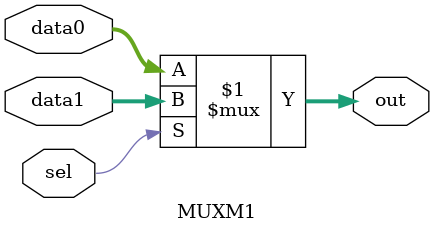
<source format=v>
`timescale 1ns / 1ps

module MUXM1(out,
             data0,
             data1,
             sel);
parameter acc_width=16;
output[acc_width-1:0] out;
input[acc_width-1:0] data0,
                     data1;
input sel;

assign out=sel?data1:data0;               
endmodule

</source>
